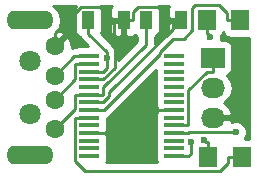
<source format=gtl>
G04 #@! TF.FileFunction,Copper,L1,Top,Signal*
%FSLAX46Y46*%
G04 Gerber Fmt 4.6, Leading zero omitted, Abs format (unit mm)*
G04 Created by KiCad (PCBNEW 4.0.4+e1-6308~48~ubuntu16.04.1-stable) date Mon Dec 19 21:24:52 2016*
%MOMM*%
%LPD*%
G01*
G04 APERTURE LIST*
%ADD10C,0.100000*%
%ADD11R,1.597660X1.800860*%
%ADD12R,1.750000X0.450000*%
%ADD13R,1.000000X1.600000*%
%ADD14O,4.000000X1.600000*%
%ADD15C,1.800000*%
%ADD16C,1.600000*%
%ADD17R,2.032000X1.727200*%
%ADD18O,2.032000X1.727200*%
%ADD19C,0.600000*%
%ADD20C,0.250000*%
%ADD21C,0.254000*%
G04 APERTURE END LIST*
D10*
D11*
X17480140Y13350000D03*
X20319860Y13350000D03*
D12*
X14730000Y1805000D03*
X14730000Y2455000D03*
X14730000Y3105000D03*
X14730000Y3755000D03*
X14730000Y4405000D03*
X14730000Y5055000D03*
X14730000Y5705000D03*
X14730000Y6355000D03*
X14730000Y7005000D03*
X14730000Y7655000D03*
X14730000Y8305000D03*
X14730000Y8955000D03*
X14730000Y9605000D03*
X14730000Y10255000D03*
X7530000Y10255000D03*
X7530000Y9605000D03*
X7530000Y8955000D03*
X7530000Y8305000D03*
X7530000Y7655000D03*
X7530000Y7005000D03*
X7530000Y6355000D03*
X7530000Y5705000D03*
X7530000Y5055000D03*
X7530000Y4405000D03*
X7530000Y3755000D03*
X7530000Y3105000D03*
X7530000Y2455000D03*
X7530000Y1805000D03*
D13*
X7440000Y13310000D03*
X10440000Y13310000D03*
X12340000Y13320000D03*
X15340000Y13320000D03*
D11*
X17590140Y1748000D03*
X20429860Y1748000D03*
D14*
X2500000Y1890000D03*
X2500000Y13290000D03*
D15*
X2500000Y5340000D03*
X2500000Y9840000D03*
D16*
X4600000Y6590000D03*
X4600000Y8590000D03*
X4600000Y4090000D03*
X4600000Y11090000D03*
D17*
X17994000Y10130000D03*
D18*
X17994000Y7590000D03*
X17994000Y5050000D03*
D19*
X12721200Y5705000D03*
X17222900Y3177900D03*
X17770800Y11927200D03*
X16135800Y3036700D03*
X9031600Y10106100D03*
X19962400Y3832300D03*
D20*
X7530000Y7005000D02*
X6329700Y7005000D01*
X7530000Y7005000D02*
X8730300Y7005000D01*
X6329700Y5819700D02*
X4600000Y4090000D01*
X6329700Y7005000D02*
X6329700Y5819700D01*
X8730300Y7641900D02*
X8730300Y7005000D01*
X12340000Y11251600D02*
X8730300Y7641900D01*
X12340000Y13320000D02*
X12340000Y11251600D01*
X11265300Y14032100D02*
X11265300Y13310000D01*
X11678600Y14445400D02*
X11265300Y14032100D01*
X13389300Y14445400D02*
X11678600Y14445400D01*
X14514700Y13320000D02*
X13389300Y14445400D01*
X10440000Y13310000D02*
X11265300Y13310000D01*
X7530000Y8305000D02*
X8730300Y8305000D01*
X7530000Y6355000D02*
X8730300Y6355000D01*
X10440000Y13310000D02*
X9614700Y13310000D01*
X4600000Y12230100D02*
X4600000Y11090000D01*
X6805200Y14435300D02*
X4600000Y12230100D01*
X8489400Y14435300D02*
X6805200Y14435300D01*
X9614700Y13310000D02*
X8489400Y14435300D01*
X9614700Y12082500D02*
X9614700Y13310000D01*
X9677500Y12019700D02*
X9614700Y12082500D01*
X9677500Y9252200D02*
X9677500Y12019700D01*
X8730300Y8305000D02*
X9677500Y9252200D01*
X14927400Y13320000D02*
X14601900Y13320000D01*
X14601900Y13320000D02*
X14514700Y13320000D01*
X15340000Y13320000D02*
X14927400Y13320000D01*
X9251000Y6875700D02*
X8730300Y6355000D01*
X9251000Y7207400D02*
X9251000Y6875700D01*
X14601900Y12558300D02*
X9251000Y7207400D01*
X14601900Y13320000D02*
X14601900Y12558300D01*
X12721200Y5705000D02*
X14730000Y5705000D01*
X10771200Y3755000D02*
X12721200Y5705000D01*
X7530000Y3755000D02*
X10771200Y3755000D01*
X19305800Y1186000D02*
X19305800Y1748000D01*
X18642000Y522200D02*
X19305800Y1186000D01*
X7212700Y522200D02*
X18642000Y522200D01*
X6329700Y1405200D02*
X7212700Y522200D01*
X6329700Y5055000D02*
X6329700Y1405200D01*
X7530000Y5055000D02*
X6329700Y5055000D01*
X20429900Y1748000D02*
X19305800Y1748000D01*
X17427100Y2973700D02*
X17590100Y2973700D01*
X17222900Y3177900D02*
X17427100Y2973700D01*
X17590100Y1748000D02*
X17590100Y2973700D01*
X17573700Y12124300D02*
X17770800Y11927200D01*
X17480100Y12124300D02*
X17573700Y12124300D01*
X17480100Y13350000D02*
X17480100Y12124300D01*
X19195800Y13912000D02*
X19195800Y13350000D01*
X18532000Y14575800D02*
X19195800Y13912000D01*
X16522600Y14575800D02*
X18532000Y14575800D01*
X16260700Y14313900D02*
X16522600Y14575800D01*
X16260700Y12480600D02*
X16260700Y14313900D01*
X15532500Y11752400D02*
X16260700Y12480600D01*
X14627500Y11752400D02*
X15532500Y11752400D01*
X13485900Y10610800D02*
X14627500Y11752400D01*
X13485900Y10416200D02*
X13485900Y10610800D01*
X8774700Y5705000D02*
X13485900Y10416200D01*
X7530000Y5705000D02*
X8774700Y5705000D01*
X20319900Y13350000D02*
X19195800Y13350000D01*
X16135800Y2010500D02*
X15930300Y1805000D01*
X16135800Y3036700D02*
X16135800Y2010500D01*
X14730000Y1805000D02*
X15930300Y1805000D01*
X15930300Y7397500D02*
X15930300Y4405000D01*
X17473900Y8941100D02*
X15930300Y7397500D01*
X17994000Y8941100D02*
X17473900Y8941100D01*
X17994000Y10130000D02*
X17994000Y8941100D01*
X14730000Y4405000D02*
X15930300Y4405000D01*
X6265000Y10255000D02*
X7530000Y10255000D01*
X4600000Y8590000D02*
X6265000Y10255000D01*
X6329700Y8319700D02*
X6329700Y9605000D01*
X4600000Y6590000D02*
X6329700Y8319700D01*
X7530000Y9605000D02*
X6329700Y9605000D01*
X7530000Y8955000D02*
X8730300Y8955000D01*
X9031600Y9256300D02*
X9031600Y10106100D01*
X8730300Y8955000D02*
X9031600Y9256300D01*
X9031600Y10593100D02*
X7440000Y12184700D01*
X9031600Y10106100D02*
X9031600Y10593100D01*
X7440000Y13310000D02*
X7440000Y12184700D01*
X14730000Y3755000D02*
X15930300Y3755000D01*
X16007600Y3832300D02*
X19962400Y3832300D01*
X15930300Y3755000D02*
X16007600Y3832300D01*
D21*
G36*
X13207560Y8730000D02*
X13227067Y8626329D01*
X13207560Y8530000D01*
X13207560Y8080000D01*
X13227067Y7976329D01*
X13207560Y7880000D01*
X13207560Y7430000D01*
X13227067Y7326329D01*
X13207560Y7230000D01*
X13207560Y6780000D01*
X13227067Y6676329D01*
X13207560Y6580000D01*
X13207560Y6130000D01*
X13220980Y6058677D01*
X13220000Y6056310D01*
X13220000Y5976250D01*
X13240312Y5955938D01*
X13251838Y5894683D01*
X13375329Y5702773D01*
X13258569Y5531890D01*
X13243442Y5457192D01*
X13220000Y5433750D01*
X13220000Y5353690D01*
X13221667Y5349665D01*
X13207560Y5280000D01*
X13207560Y4830000D01*
X13227067Y4726329D01*
X13207560Y4630000D01*
X13207560Y4180000D01*
X13227067Y4076329D01*
X13207560Y3980000D01*
X13207560Y3530000D01*
X13227067Y3426329D01*
X13207560Y3330000D01*
X13207560Y2880000D01*
X13227067Y2776329D01*
X13207560Y2680000D01*
X13207560Y2230000D01*
X13227067Y2126329D01*
X13207560Y2030000D01*
X13207560Y1580000D01*
X13251838Y1344683D01*
X13292045Y1282200D01*
X8970062Y1282200D01*
X9001431Y1328110D01*
X9052440Y1580000D01*
X9052440Y2030000D01*
X9032933Y2133671D01*
X9052440Y2230000D01*
X9052440Y2680000D01*
X9032933Y2783671D01*
X9052440Y2880000D01*
X9052440Y3330000D01*
X9039020Y3401323D01*
X9040000Y3403690D01*
X9040000Y3483750D01*
X9019688Y3504062D01*
X9008162Y3565317D01*
X8884671Y3757227D01*
X9001431Y3928110D01*
X9016558Y4002808D01*
X9040000Y4026250D01*
X9040000Y4106310D01*
X9038333Y4110335D01*
X9052440Y4180000D01*
X9052440Y4630000D01*
X9032933Y4733671D01*
X9052440Y4830000D01*
X9052440Y5000246D01*
X9065539Y5002852D01*
X9312101Y5167599D01*
X13207560Y9063058D01*
X13207560Y8730000D01*
X13207560Y8730000D01*
G37*
X13207560Y8730000D02*
X13227067Y8626329D01*
X13207560Y8530000D01*
X13207560Y8080000D01*
X13227067Y7976329D01*
X13207560Y7880000D01*
X13207560Y7430000D01*
X13227067Y7326329D01*
X13207560Y7230000D01*
X13207560Y6780000D01*
X13227067Y6676329D01*
X13207560Y6580000D01*
X13207560Y6130000D01*
X13220980Y6058677D01*
X13220000Y6056310D01*
X13220000Y5976250D01*
X13240312Y5955938D01*
X13251838Y5894683D01*
X13375329Y5702773D01*
X13258569Y5531890D01*
X13243442Y5457192D01*
X13220000Y5433750D01*
X13220000Y5353690D01*
X13221667Y5349665D01*
X13207560Y5280000D01*
X13207560Y4830000D01*
X13227067Y4726329D01*
X13207560Y4630000D01*
X13207560Y4180000D01*
X13227067Y4076329D01*
X13207560Y3980000D01*
X13207560Y3530000D01*
X13227067Y3426329D01*
X13207560Y3330000D01*
X13207560Y2880000D01*
X13227067Y2776329D01*
X13207560Y2680000D01*
X13207560Y2230000D01*
X13227067Y2126329D01*
X13207560Y2030000D01*
X13207560Y1580000D01*
X13251838Y1344683D01*
X13292045Y1282200D01*
X8970062Y1282200D01*
X9001431Y1328110D01*
X9052440Y1580000D01*
X9052440Y2030000D01*
X9032933Y2133671D01*
X9052440Y2230000D01*
X9052440Y2680000D01*
X9032933Y2783671D01*
X9052440Y2880000D01*
X9052440Y3330000D01*
X9039020Y3401323D01*
X9040000Y3403690D01*
X9040000Y3483750D01*
X9019688Y3504062D01*
X9008162Y3565317D01*
X8884671Y3757227D01*
X9001431Y3928110D01*
X9016558Y4002808D01*
X9040000Y4026250D01*
X9040000Y4106310D01*
X9038333Y4110335D01*
X9052440Y4180000D01*
X9052440Y4630000D01*
X9032933Y4733671D01*
X9052440Y4830000D01*
X9052440Y5000246D01*
X9065539Y5002852D01*
X9312101Y5167599D01*
X13207560Y9063058D01*
X13207560Y8730000D01*
G36*
X18917868Y12214253D02*
X19056940Y11998129D01*
X19269140Y11853139D01*
X19521030Y11802130D01*
X21094000Y11802130D01*
X21094000Y3295870D01*
X20748478Y3295870D01*
X20754592Y3301973D01*
X20897238Y3645501D01*
X20897562Y4017467D01*
X20755517Y4361243D01*
X20492727Y4624492D01*
X20149199Y4767138D01*
X19777233Y4767462D01*
X19599718Y4694115D01*
X19480217Y4923000D01*
X18121000Y4923000D01*
X18121000Y4903000D01*
X17867000Y4903000D01*
X17867000Y4923000D01*
X17847000Y4923000D01*
X17847000Y5177000D01*
X17867000Y5177000D01*
X17867000Y5197000D01*
X18121000Y5197000D01*
X18121000Y5177000D01*
X19480217Y5177000D01*
X19601358Y5409026D01*
X19598709Y5424791D01*
X19344732Y5952036D01*
X18928931Y6323539D01*
X19238415Y6530330D01*
X19563271Y7016511D01*
X19677345Y7590000D01*
X19563271Y8163489D01*
X19238415Y8649670D01*
X19224087Y8659243D01*
X19245317Y8663238D01*
X19461441Y8802310D01*
X19606431Y9014510D01*
X19657440Y9266400D01*
X19657440Y10993600D01*
X19613162Y11228917D01*
X19474090Y11445041D01*
X19261890Y11590031D01*
X19010000Y11641040D01*
X18664380Y11641040D01*
X18705638Y11740401D01*
X18705838Y11969668D01*
X18730411Y11985480D01*
X18875401Y12197680D01*
X18899030Y12314366D01*
X18917868Y12214253D01*
X18917868Y12214253D01*
G37*
X18917868Y12214253D02*
X19056940Y11998129D01*
X19269140Y11853139D01*
X19521030Y11802130D01*
X21094000Y11802130D01*
X21094000Y3295870D01*
X20748478Y3295870D01*
X20754592Y3301973D01*
X20897238Y3645501D01*
X20897562Y4017467D01*
X20755517Y4361243D01*
X20492727Y4624492D01*
X20149199Y4767138D01*
X19777233Y4767462D01*
X19599718Y4694115D01*
X19480217Y4923000D01*
X18121000Y4923000D01*
X18121000Y4903000D01*
X17867000Y4903000D01*
X17867000Y4923000D01*
X17847000Y4923000D01*
X17847000Y5177000D01*
X17867000Y5177000D01*
X17867000Y5197000D01*
X18121000Y5197000D01*
X18121000Y5177000D01*
X19480217Y5177000D01*
X19601358Y5409026D01*
X19598709Y5424791D01*
X19344732Y5952036D01*
X18928931Y6323539D01*
X19238415Y6530330D01*
X19563271Y7016511D01*
X19677345Y7590000D01*
X19563271Y8163489D01*
X19238415Y8649670D01*
X19224087Y8659243D01*
X19245317Y8663238D01*
X19461441Y8802310D01*
X19606431Y9014510D01*
X19657440Y9266400D01*
X19657440Y10993600D01*
X19613162Y11228917D01*
X19474090Y11445041D01*
X19261890Y11590031D01*
X19010000Y11641040D01*
X18664380Y11641040D01*
X18705638Y11740401D01*
X18705838Y11969668D01*
X18730411Y11985480D01*
X18875401Y12197680D01*
X18899030Y12314366D01*
X18917868Y12214253D01*
G36*
X9401673Y14469699D02*
X9305000Y14236310D01*
X9305000Y13595750D01*
X9463750Y13437000D01*
X10313000Y13437000D01*
X10313000Y13457000D01*
X10567000Y13457000D01*
X10567000Y13437000D01*
X10587000Y13437000D01*
X10587000Y13183000D01*
X10567000Y13183000D01*
X10567000Y12033750D01*
X10725750Y11875000D01*
X11066309Y11875000D01*
X11299698Y11971673D01*
X11388192Y12060167D01*
X11580000Y11929110D01*
X11580000Y11566402D01*
X9966467Y9952869D01*
X9966762Y10291267D01*
X9824717Y10635043D01*
X9772940Y10686911D01*
X9733748Y10883940D01*
X9569001Y11130501D01*
X8497853Y12201649D01*
X8536431Y12258110D01*
X8587440Y12510000D01*
X8587440Y13024250D01*
X9305000Y13024250D01*
X9305000Y12383690D01*
X9401673Y12150301D01*
X9580302Y11971673D01*
X9813691Y11875000D01*
X10154250Y11875000D01*
X10313000Y12033750D01*
X10313000Y13183000D01*
X9463750Y13183000D01*
X9305000Y13024250D01*
X8587440Y13024250D01*
X8587440Y14110000D01*
X8543162Y14345317D01*
X8443626Y14500000D01*
X9431974Y14500000D01*
X9401673Y14469699D01*
X9401673Y14469699D01*
G37*
X9401673Y14469699D02*
X9305000Y14236310D01*
X9305000Y13595750D01*
X9463750Y13437000D01*
X10313000Y13437000D01*
X10313000Y13457000D01*
X10567000Y13457000D01*
X10567000Y13437000D01*
X10587000Y13437000D01*
X10587000Y13183000D01*
X10567000Y13183000D01*
X10567000Y12033750D01*
X10725750Y11875000D01*
X11066309Y11875000D01*
X11299698Y11971673D01*
X11388192Y12060167D01*
X11580000Y11929110D01*
X11580000Y11566402D01*
X9966467Y9952869D01*
X9966762Y10291267D01*
X9824717Y10635043D01*
X9772940Y10686911D01*
X9733748Y10883940D01*
X9569001Y11130501D01*
X8497853Y12201649D01*
X8536431Y12258110D01*
X8587440Y12510000D01*
X8587440Y13024250D01*
X9305000Y13024250D01*
X9305000Y12383690D01*
X9401673Y12150301D01*
X9580302Y11971673D01*
X9813691Y11875000D01*
X10154250Y11875000D01*
X10313000Y12033750D01*
X10313000Y13183000D01*
X9463750Y13183000D01*
X9305000Y13024250D01*
X8587440Y13024250D01*
X8587440Y14110000D01*
X8543162Y14345317D01*
X8443626Y14500000D01*
X9431974Y14500000D01*
X9401673Y14469699D01*
G36*
X6343569Y14361890D02*
X6292560Y14110000D01*
X6292560Y12510000D01*
X6336838Y12274683D01*
X6475910Y12058559D01*
X6688110Y11913569D01*
X6735855Y11903900D01*
X6737852Y11893861D01*
X6902599Y11647299D01*
X7422458Y11127440D01*
X6655000Y11127440D01*
X6419683Y11083162D01*
X6313756Y11015000D01*
X6265000Y11015000D01*
X6042317Y10970705D01*
X6019778Y11443454D01*
X5853864Y11844005D01*
X5607745Y11918139D01*
X4779605Y11090000D01*
X4793748Y11075858D01*
X4614142Y10896252D01*
X4600000Y10910395D01*
X4585858Y10896252D01*
X4406252Y11075858D01*
X4420395Y11090000D01*
X4406252Y11104142D01*
X4585858Y11283748D01*
X4600000Y11269605D01*
X5428139Y12097745D01*
X5354005Y12343864D01*
X4917071Y12500915D01*
X5077390Y12740849D01*
X5186623Y13290000D01*
X5077390Y13839151D01*
X4766321Y14304698D01*
X4474031Y14500000D01*
X6437935Y14500000D01*
X6343569Y14361890D01*
X6343569Y14361890D01*
G37*
X6343569Y14361890D02*
X6292560Y14110000D01*
X6292560Y12510000D01*
X6336838Y12274683D01*
X6475910Y12058559D01*
X6688110Y11913569D01*
X6735855Y11903900D01*
X6737852Y11893861D01*
X6902599Y11647299D01*
X7422458Y11127440D01*
X6655000Y11127440D01*
X6419683Y11083162D01*
X6313756Y11015000D01*
X6265000Y11015000D01*
X6042317Y10970705D01*
X6019778Y11443454D01*
X5853864Y11844005D01*
X5607745Y11918139D01*
X4779605Y11090000D01*
X4793748Y11075858D01*
X4614142Y10896252D01*
X4600000Y10910395D01*
X4585858Y10896252D01*
X4406252Y11075858D01*
X4420395Y11090000D01*
X4406252Y11104142D01*
X4585858Y11283748D01*
X4600000Y11269605D01*
X5428139Y12097745D01*
X5354005Y12343864D01*
X4917071Y12500915D01*
X5077390Y12740849D01*
X5186623Y13290000D01*
X5077390Y13839151D01*
X4766321Y14304698D01*
X4474031Y14500000D01*
X6437935Y14500000D01*
X6343569Y14361890D01*
G36*
X14301673Y14479699D02*
X14205000Y14246310D01*
X14205000Y13605750D01*
X14363750Y13447000D01*
X15213000Y13447000D01*
X15213000Y13467000D01*
X15467000Y13467000D01*
X15467000Y13447000D01*
X15487000Y13447000D01*
X15487000Y13193000D01*
X15467000Y13193000D01*
X15467000Y13173000D01*
X15213000Y13173000D01*
X15213000Y13193000D01*
X14363750Y13193000D01*
X14205000Y13034250D01*
X14205000Y12393690D01*
X14213797Y12372453D01*
X14090099Y12289801D01*
X13100000Y11299702D01*
X13100000Y11932721D01*
X13291441Y12055910D01*
X13436431Y12268110D01*
X13487440Y12520000D01*
X13487440Y14120000D01*
X13443162Y14355317D01*
X13350061Y14500000D01*
X14321974Y14500000D01*
X14301673Y14479699D01*
X14301673Y14479699D01*
G37*
X14301673Y14479699D02*
X14205000Y14246310D01*
X14205000Y13605750D01*
X14363750Y13447000D01*
X15213000Y13447000D01*
X15213000Y13467000D01*
X15467000Y13467000D01*
X15467000Y13447000D01*
X15487000Y13447000D01*
X15487000Y13193000D01*
X15467000Y13193000D01*
X15467000Y13173000D01*
X15213000Y13173000D01*
X15213000Y13193000D01*
X14363750Y13193000D01*
X14205000Y13034250D01*
X14205000Y12393690D01*
X14213797Y12372453D01*
X14090099Y12289801D01*
X13100000Y11299702D01*
X13100000Y11932721D01*
X13291441Y12055910D01*
X13436431Y12268110D01*
X13487440Y12520000D01*
X13487440Y14120000D01*
X13443162Y14355317D01*
X13350061Y14500000D01*
X14321974Y14500000D01*
X14301673Y14479699D01*
M02*

</source>
